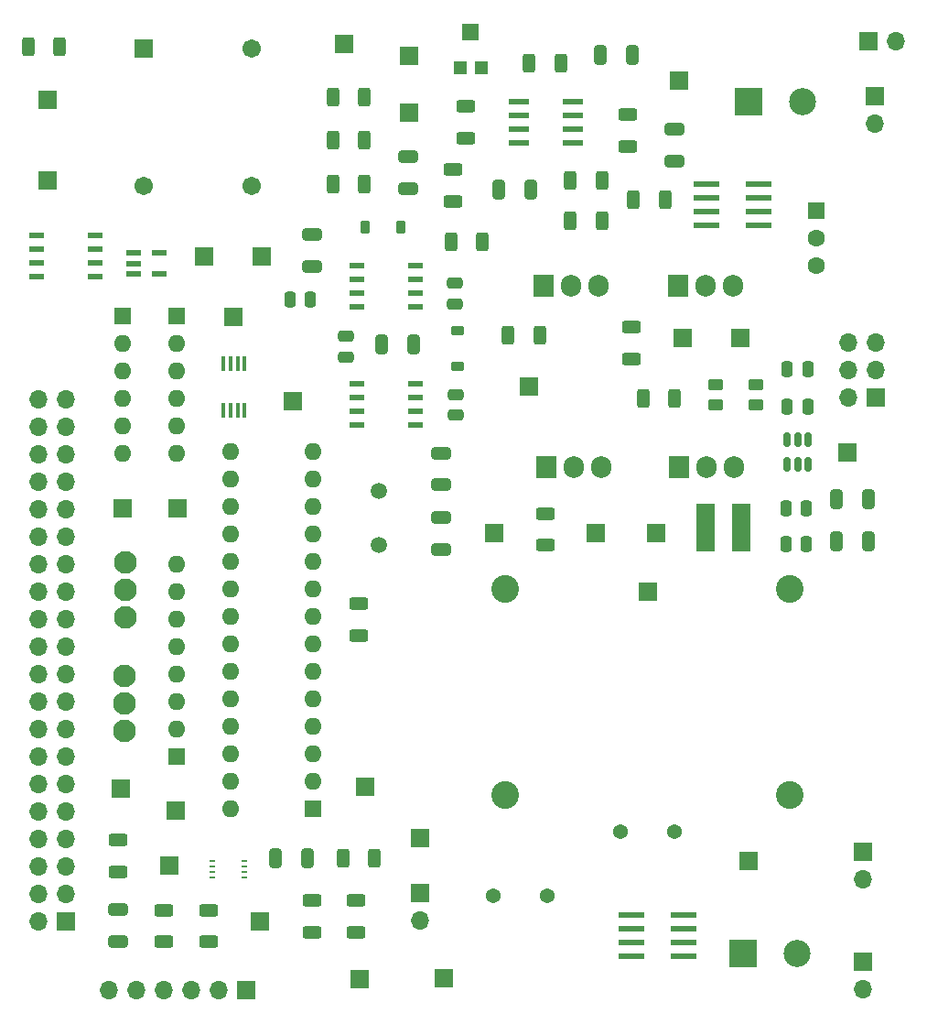
<source format=gts>
G04 #@! TF.GenerationSoftware,KiCad,Pcbnew,8.0.8*
G04 #@! TF.CreationDate,2025-02-26T00:31:11-08:00*
G04 #@! TF.ProjectId,AtInverter_v1,4174496e-7665-4727-9465-725f76312e6b,v1*
G04 #@! TF.SameCoordinates,Original*
G04 #@! TF.FileFunction,Soldermask,Top*
G04 #@! TF.FilePolarity,Negative*
%FSLAX46Y46*%
G04 Gerber Fmt 4.6, Leading zero omitted, Abs format (unit mm)*
G04 Created by KiCad (PCBNEW 8.0.8) date 2025-02-26 00:31:11*
%MOMM*%
%LPD*%
G01*
G04 APERTURE LIST*
G04 Aperture macros list*
%AMRoundRect*
0 Rectangle with rounded corners*
0 $1 Rounding radius*
0 $2 $3 $4 $5 $6 $7 $8 $9 X,Y pos of 4 corners*
0 Add a 4 corners polygon primitive as box body*
4,1,4,$2,$3,$4,$5,$6,$7,$8,$9,$2,$3,0*
0 Add four circle primitives for the rounded corners*
1,1,$1+$1,$2,$3*
1,1,$1+$1,$4,$5*
1,1,$1+$1,$6,$7*
1,1,$1+$1,$8,$9*
0 Add four rect primitives between the rounded corners*
20,1,$1+$1,$2,$3,$4,$5,0*
20,1,$1+$1,$4,$5,$6,$7,0*
20,1,$1+$1,$6,$7,$8,$9,0*
20,1,$1+$1,$8,$9,$2,$3,0*%
G04 Aperture macros list end*
%ADD10R,1.600200X1.600200*%
%ADD11C,1.600200*%
%ADD12RoundRect,0.250000X-0.475000X0.250000X-0.475000X-0.250000X0.475000X-0.250000X0.475000X0.250000X0*%
%ADD13R,1.700000X1.700000*%
%ADD14RoundRect,0.250000X0.650000X-0.325000X0.650000X0.325000X-0.650000X0.325000X-0.650000X-0.325000X0*%
%ADD15RoundRect,0.250000X0.312500X0.625000X-0.312500X0.625000X-0.312500X-0.625000X0.312500X-0.625000X0*%
%ADD16R,1.905000X2.000000*%
%ADD17O,1.905000X2.000000*%
%ADD18RoundRect,0.250000X-0.625000X0.312500X-0.625000X-0.312500X0.625000X-0.312500X0.625000X0.312500X0*%
%ADD19RoundRect,0.250000X-0.312500X-0.625000X0.312500X-0.625000X0.312500X0.625000X-0.312500X0.625000X0*%
%ADD20R,1.460500X0.533400*%
%ADD21RoundRect,0.225000X0.375000X-0.225000X0.375000X0.225000X-0.375000X0.225000X-0.375000X-0.225000X0*%
%ADD22R,1.981200X0.558800*%
%ADD23R,1.600000X1.600000*%
%ADD24O,1.600000X1.600000*%
%ADD25RoundRect,0.250000X0.625000X-0.312500X0.625000X0.312500X-0.625000X0.312500X-0.625000X-0.312500X0*%
%ADD26RoundRect,0.250000X0.325000X0.650000X-0.325000X0.650000X-0.325000X-0.650000X0.325000X-0.650000X0*%
%ADD27C,2.100000*%
%ADD28R,0.457200X1.371600*%
%ADD29RoundRect,0.150000X0.150000X-0.512500X0.150000X0.512500X-0.150000X0.512500X-0.150000X-0.512500X0*%
%ADD30R,1.473200X0.558800*%
%ADD31RoundRect,0.250000X0.450000X-0.262500X0.450000X0.262500X-0.450000X0.262500X-0.450000X-0.262500X0*%
%ADD32O,1.700000X1.700000*%
%ADD33C,1.500000*%
%ADD34RoundRect,0.250000X-0.250000X-0.475000X0.250000X-0.475000X0.250000X0.475000X-0.250000X0.475000X0*%
%ADD35R,1.460500X0.558800*%
%ADD36C,1.371600*%
%ADD37RoundRect,0.250000X0.250000X0.475000X-0.250000X0.475000X-0.250000X-0.475000X0.250000X-0.475000X0*%
%ADD38RoundRect,0.225000X0.225000X0.375000X-0.225000X0.375000X-0.225000X-0.375000X0.225000X-0.375000X0*%
%ADD39R,1.193800X1.193800*%
%ADD40R,1.600200X1.498600*%
%ADD41O,0.599999X0.249999*%
%ADD42R,1.803400X4.495800*%
%ADD43RoundRect,0.102000X-0.754000X-0.754000X0.754000X-0.754000X0.754000X0.754000X-0.754000X0.754000X0*%
%ADD44C,1.712000*%
%ADD45R,2.500000X2.500000*%
%ADD46C,2.500000*%
%ADD47RoundRect,0.250000X-0.650000X0.325000X-0.650000X-0.325000X0.650000X-0.325000X0.650000X0.325000X0*%
%ADD48C,2.565400*%
%ADD49R,2.469157X0.622132*%
%ADD50RoundRect,0.250000X-0.450000X0.262500X-0.450000X-0.262500X0.450000X-0.262500X0.450000X0.262500X0*%
%ADD51RoundRect,0.250000X-0.325000X-0.650000X0.325000X-0.650000X0.325000X0.650000X-0.325000X0.650000X0*%
G04 APERTURE END LIST*
D10*
X137966000Y-59690000D03*
D11*
X137966000Y-62230000D03*
X137966000Y-64770000D03*
D12*
X104648000Y-76672400D03*
X104648000Y-78572400D03*
X104597200Y-66410800D03*
X104597200Y-68310800D03*
D13*
X125327400Y-47659400D03*
D14*
X100228400Y-57685200D03*
X100228400Y-54735200D03*
D15*
X96204500Y-53136800D03*
X93279500Y-53136800D03*
D16*
X125222000Y-66598800D03*
D17*
X127762000Y-66598800D03*
X130302000Y-66598800D03*
D18*
X73431400Y-117866700D03*
X73431400Y-120791700D03*
D19*
X121067100Y-58674000D03*
X123992100Y-58674000D03*
D13*
X100330000Y-45395000D03*
D20*
X71304150Y-65760600D03*
X71304150Y-64490600D03*
X71304150Y-63220600D03*
X71304150Y-61950600D03*
X65855850Y-61950600D03*
X65855850Y-63220600D03*
X65855850Y-64490600D03*
X65855850Y-65760600D03*
D13*
X81330800Y-63906400D03*
X125603000Y-71501000D03*
D21*
X104800400Y-70790800D03*
X104800400Y-74090800D03*
D22*
X110515400Y-49606200D03*
X110515400Y-50876200D03*
X110515400Y-52146200D03*
X110515400Y-53416200D03*
X115443000Y-53416200D03*
X115443000Y-52146200D03*
X115443000Y-50876200D03*
X115443000Y-49606200D03*
D15*
X114343900Y-46024800D03*
X111418900Y-46024800D03*
D23*
X91455400Y-115011200D03*
D24*
X91455400Y-112471200D03*
X91455400Y-109931200D03*
X91455400Y-107391200D03*
X91455400Y-104851200D03*
X91455400Y-102311200D03*
X91455400Y-99771200D03*
X91455400Y-97231200D03*
X91455400Y-94691200D03*
X91455400Y-92151200D03*
X91455400Y-89611200D03*
X91455400Y-87071200D03*
X91455400Y-84531200D03*
X91455400Y-81991200D03*
X83835400Y-81991200D03*
X83835400Y-84531200D03*
X83835400Y-87071200D03*
X83835400Y-89611200D03*
X83835400Y-92151200D03*
X83835400Y-94691200D03*
X83835400Y-97231200D03*
X83835400Y-99771200D03*
X83835400Y-102311200D03*
X83835400Y-104851200D03*
X83835400Y-107391200D03*
X83835400Y-109931200D03*
X83835400Y-112471200D03*
X83835400Y-115011200D03*
D25*
X77622400Y-127268700D03*
X77622400Y-124343700D03*
D14*
X73431400Y-127281200D03*
X73431400Y-124331200D03*
D26*
X90933800Y-119532400D03*
X87983800Y-119532400D03*
D13*
X89611200Y-77317600D03*
D19*
X115225100Y-56896000D03*
X118150100Y-56896000D03*
D16*
X112776000Y-66598800D03*
D17*
X115316000Y-66598800D03*
X117856000Y-66598800D03*
D13*
X78130400Y-120243600D03*
D27*
X73964800Y-107746800D03*
X73964800Y-105206800D03*
X73964800Y-102666800D03*
D13*
X78892400Y-87223600D03*
D25*
X91338400Y-126379700D03*
X91338400Y-123454700D03*
X95402400Y-126379700D03*
X95402400Y-123454700D03*
D28*
X85109598Y-73799700D03*
X84459600Y-73799700D03*
X83809598Y-73799700D03*
X83159600Y-73799700D03*
X83159600Y-78193900D03*
X83809598Y-78193900D03*
X84459600Y-78193900D03*
X85109598Y-78193900D03*
D13*
X100355400Y-50622200D03*
D27*
X74066400Y-97282000D03*
X74066400Y-94742000D03*
X74066400Y-92202000D03*
D25*
X112928400Y-90616500D03*
X112928400Y-87691500D03*
D13*
X140843000Y-82042000D03*
D29*
X135321000Y-83179500D03*
X136271000Y-83179500D03*
X137221000Y-83179500D03*
X137221000Y-80904500D03*
X136271000Y-80904500D03*
X135321000Y-80904500D03*
D26*
X120956600Y-45262800D03*
X118006600Y-45262800D03*
D30*
X77190600Y-63616799D03*
X77190600Y-65516801D03*
X74803000Y-65516801D03*
X74803000Y-64566800D03*
X74803000Y-63616799D03*
D31*
X132384800Y-77620500D03*
X132384800Y-75795500D03*
D14*
X103327200Y-82091000D03*
X103327200Y-85041000D03*
D32*
X140970000Y-71882000D03*
X143510000Y-71882000D03*
X140970000Y-74422000D03*
X143510000Y-74422000D03*
X140970000Y-76962000D03*
D13*
X143510000Y-76962000D03*
X101371400Y-117678200D03*
X95783400Y-130759200D03*
D18*
X105566200Y-50048700D03*
X105566200Y-52973700D03*
D33*
X97561400Y-85624800D03*
X97561400Y-90624800D03*
D19*
X121981500Y-77089000D03*
X124906500Y-77089000D03*
D34*
X135321000Y-74371200D03*
X137221000Y-74371200D03*
D13*
X84099400Y-69545200D03*
D19*
X93257900Y-57200800D03*
X96182900Y-57200800D03*
D23*
X78790800Y-69467400D03*
D24*
X78790800Y-72007400D03*
X78790800Y-74547400D03*
X78790800Y-77087400D03*
X78790800Y-79627400D03*
X78790800Y-82167400D03*
D34*
X135321000Y-77851000D03*
X137221000Y-77851000D03*
D35*
X95472250Y-64744600D03*
X95472250Y-66014600D03*
X95472250Y-67284600D03*
X95472250Y-68554600D03*
X100920550Y-68554600D03*
X100920550Y-67284600D03*
X100920550Y-66014600D03*
X100920550Y-64744600D03*
D36*
X124866400Y-117094000D03*
X119866400Y-117094000D03*
D13*
X73685400Y-113106200D03*
D25*
X120929400Y-73395300D03*
X120929400Y-70470300D03*
D26*
X142826000Y-90297000D03*
X139876000Y-90297000D03*
X111562400Y-57708800D03*
X108612400Y-57708800D03*
D36*
X113131600Y-122986800D03*
X108131600Y-122986800D03*
D16*
X113030000Y-83439000D03*
D17*
X115570000Y-83439000D03*
X118110000Y-83439000D03*
D37*
X137094000Y-87249000D03*
X135194000Y-87249000D03*
D23*
X78841600Y-110185200D03*
D24*
X78841600Y-107645200D03*
X78841600Y-105105200D03*
X78841600Y-102565200D03*
X78841600Y-100025200D03*
X78841600Y-97485200D03*
X78841600Y-94945200D03*
X78841600Y-92405200D03*
D13*
X142341600Y-118922800D03*
D32*
X142341600Y-121462800D03*
D13*
X108204000Y-89535000D03*
D38*
X99592400Y-61214000D03*
X96292400Y-61214000D03*
D13*
X123190000Y-89535000D03*
D39*
X105029000Y-46456600D03*
X107010200Y-46456600D03*
D40*
X106019600Y-43205400D03*
D13*
X122428000Y-94945200D03*
D41*
X82090000Y-119810401D03*
X82090000Y-120310400D03*
X82090000Y-120810402D03*
X82090000Y-121310400D03*
X85090000Y-121310400D03*
X85090000Y-120810402D03*
X85090000Y-120310400D03*
X85090000Y-119810401D03*
D42*
X127762000Y-88950800D03*
X131064000Y-88950800D03*
D13*
X66852800Y-56926600D03*
D15*
X97118900Y-119583200D03*
X94193900Y-119583200D03*
D13*
X142341600Y-129082800D03*
D32*
X142341600Y-131622800D03*
D43*
X75746600Y-44738400D03*
D44*
X75746600Y-57438400D03*
X85746600Y-57438400D03*
X85746600Y-44738400D03*
D13*
X111404400Y-75946000D03*
D15*
X96182900Y-49174400D03*
X93257900Y-49174400D03*
D13*
X94339400Y-44272200D03*
D45*
X131713600Y-49580800D03*
D46*
X136713600Y-49580800D03*
D35*
X95472250Y-75692000D03*
X95472250Y-76962000D03*
X95472250Y-78232000D03*
X95472250Y-79502000D03*
X100920550Y-79502000D03*
X100920550Y-78232000D03*
X100920550Y-76962000D03*
X100920550Y-75692000D03*
D13*
X103530400Y-130632200D03*
X130937000Y-71501000D03*
D37*
X137094000Y-90551000D03*
X135194000Y-90551000D03*
D47*
X124843000Y-52151600D03*
X124843000Y-55101600D03*
D13*
X86512400Y-125374400D03*
D48*
X135585200Y-113741200D03*
X135585200Y-94691200D03*
D16*
X125323600Y-83439000D03*
D17*
X127863600Y-83439000D03*
X130403600Y-83439000D03*
D13*
X117602000Y-89535000D03*
D19*
X109484700Y-71170800D03*
X112409700Y-71170800D03*
D15*
X68010500Y-44500800D03*
X65085500Y-44500800D03*
D13*
X85242400Y-131775200D03*
D32*
X82702400Y-131775200D03*
X80162400Y-131775200D03*
X77622400Y-131775200D03*
X75082400Y-131775200D03*
X72542400Y-131775200D03*
D49*
X127814800Y-57277000D03*
X127814800Y-58547000D03*
X127814800Y-59817000D03*
X127814800Y-61087000D03*
X132641998Y-61087000D03*
X132641998Y-59817000D03*
X132641998Y-58547000D03*
X132641998Y-57277000D03*
D13*
X143408400Y-49072800D03*
D32*
X143408400Y-51612800D03*
D13*
X131724400Y-119837200D03*
D15*
X118150100Y-60655200D03*
X115225100Y-60655200D03*
D19*
X107126500Y-62585600D03*
X104201500Y-62585600D03*
D13*
X66856600Y-49437400D03*
X101369600Y-122732800D03*
D32*
X101369600Y-125272800D03*
D26*
X142826000Y-86360000D03*
X139876000Y-86360000D03*
D18*
X95707200Y-96022700D03*
X95707200Y-98947700D03*
D13*
X73812400Y-87223600D03*
D45*
X131205600Y-128320800D03*
D46*
X136205600Y-128320800D03*
D25*
X120525000Y-53757600D03*
X120525000Y-50832600D03*
D13*
X142849600Y-43992800D03*
D32*
X145389600Y-43992800D03*
D13*
X78765400Y-115138200D03*
D23*
X73837800Y-69467400D03*
D24*
X73837800Y-72007400D03*
X73837800Y-74547400D03*
X73837800Y-77087400D03*
X73837800Y-79627400D03*
X73837800Y-82167400D03*
D25*
X104372400Y-58851900D03*
X104372400Y-55926900D03*
D13*
X86664800Y-63906400D03*
D47*
X103327200Y-88085400D03*
X103327200Y-91035400D03*
D50*
X128651000Y-75795500D03*
X128651000Y-77620500D03*
D25*
X81813400Y-127268700D03*
X81813400Y-124343700D03*
D49*
X120922402Y-124841000D03*
X120922402Y-126111000D03*
X120922402Y-127381000D03*
X120922402Y-128651000D03*
X125749600Y-128651000D03*
X125749600Y-127381000D03*
X125749600Y-126111000D03*
X125749600Y-124841000D03*
D13*
X96291400Y-112979200D03*
D48*
X109220000Y-94691200D03*
X109220000Y-113741200D03*
D13*
X68580000Y-125425200D03*
D32*
X66040000Y-125425200D03*
X68580000Y-122885200D03*
X66040000Y-122885200D03*
X68580000Y-120345200D03*
X66040000Y-120345200D03*
X68580000Y-117805200D03*
X66040000Y-117805200D03*
X68580000Y-115265200D03*
X66040000Y-115265200D03*
X68580000Y-112725200D03*
X66040000Y-112725200D03*
X68580000Y-110185200D03*
X66040000Y-110185200D03*
X68580000Y-107645200D03*
X66040000Y-107645200D03*
X68580000Y-105105200D03*
X66040000Y-105105200D03*
X68580000Y-102565200D03*
X66040000Y-102565200D03*
X68580000Y-100025200D03*
X66040000Y-100025200D03*
X68580000Y-97485200D03*
X66040000Y-97485200D03*
X68580000Y-94945200D03*
X66040000Y-94945200D03*
X68580000Y-92405200D03*
X66040000Y-92405200D03*
X68580000Y-89865200D03*
X66040000Y-89865200D03*
X68580000Y-87325200D03*
X66040000Y-87325200D03*
X68580000Y-84785200D03*
X66040000Y-84785200D03*
X68580000Y-82245200D03*
X66040000Y-82245200D03*
X68580000Y-79705200D03*
X66040000Y-79705200D03*
X68580000Y-77165200D03*
X66040000Y-77165200D03*
D12*
X94488000Y-73213000D03*
X94488000Y-71313000D03*
D34*
X91221600Y-67919600D03*
X89321600Y-67919600D03*
D47*
X91338400Y-61872600D03*
X91338400Y-64822600D03*
D51*
X97788200Y-72085200D03*
X100738200Y-72085200D03*
M02*

</source>
